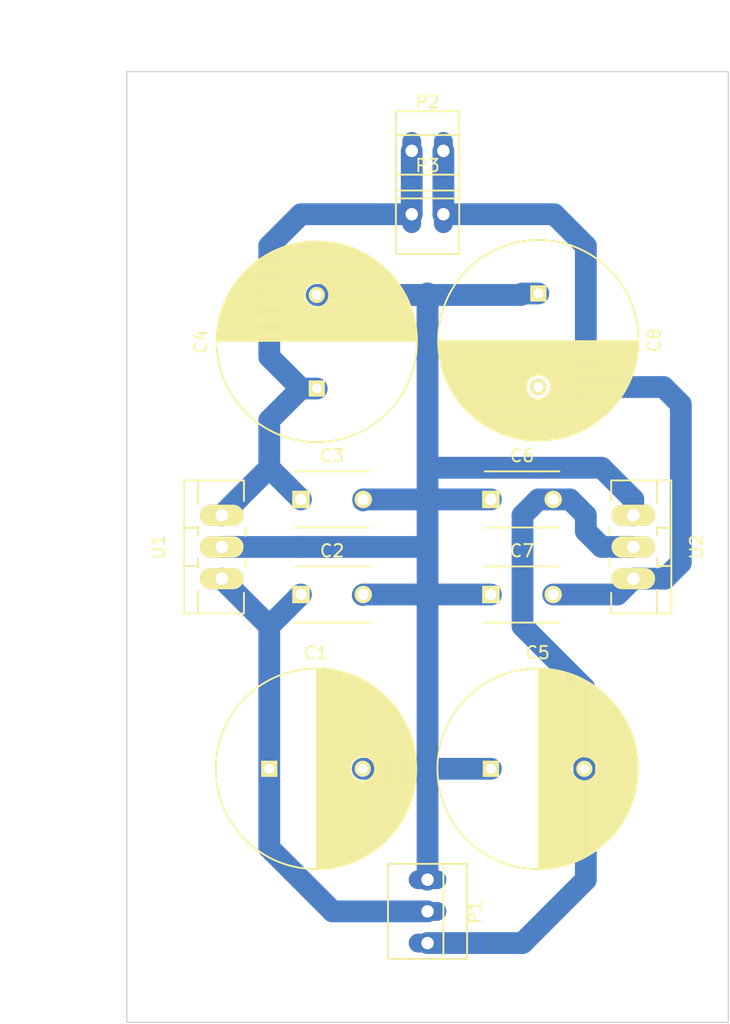
<source format=kicad_pcb>
(kicad_pcb (version 4) (host pcbnew 4.0.0-stable)

  (general
    (links 24)
    (no_connects 1)
    (area 61.930001 16.28 119.430001 96.570001)
    (thickness 1.6)
    (drawings 6)
    (tracks 82)
    (zones 0)
    (modules 13)
    (nets 6)
  )

  (page A4)
  (layers
    (0 F.Cu signal)
    (31 B.Cu signal)
    (32 B.Adhes user)
    (33 F.Adhes user)
    (34 B.Paste user)
    (35 F.Paste user)
    (36 B.SilkS user)
    (37 F.SilkS user hide)
    (38 B.Mask user)
    (39 F.Mask user)
    (40 Dwgs.User user)
    (41 Cmts.User user)
    (42 Eco1.User user)
    (43 Eco2.User user)
    (44 Edge.Cuts user)
    (45 Margin user)
    (46 B.CrtYd user)
    (47 F.CrtYd user)
    (48 B.Fab user)
    (49 F.Fab user)
  )

  (setup
    (last_trace_width 1.75)
    (trace_clearance 0.2)
    (zone_clearance 0.508)
    (zone_45_only no)
    (trace_min 0.2)
    (segment_width 0.2)
    (edge_width 0.1)
    (via_size 0.6)
    (via_drill 0.4)
    (via_min_size 0.4)
    (via_min_drill 0.3)
    (uvia_size 0.3)
    (uvia_drill 0.1)
    (uvias_allowed no)
    (uvia_min_size 0.2)
    (uvia_min_drill 0.1)
    (pcb_text_width 0.3)
    (pcb_text_size 1.5 1.5)
    (mod_edge_width 0.15)
    (mod_text_size 1 1)
    (mod_text_width 0.15)
    (pad_size 1.5 1.5)
    (pad_drill 0.6)
    (pad_to_mask_clearance 0)
    (aux_axis_origin 0 0)
    (visible_elements 7FFFFFFF)
    (pcbplotparams
      (layerselection 0x00030_80000001)
      (usegerberextensions false)
      (excludeedgelayer true)
      (linewidth 0.100000)
      (plotframeref false)
      (viasonmask false)
      (mode 1)
      (useauxorigin false)
      (hpglpennumber 1)
      (hpglpenspeed 20)
      (hpglpendiameter 15)
      (hpglpenoverlay 2)
      (psnegative false)
      (psa4output false)
      (plotreference true)
      (plotvalue true)
      (plotinvisibletext false)
      (padsonsilk false)
      (subtractmaskfromsilk false)
      (outputformat 1)
      (mirror false)
      (drillshape 1)
      (scaleselection 1)
      (outputdirectory ""))
  )

  (net 0 "")
  (net 1 +Vin)
  (net 2 GND)
  (net 3 +Vreg)
  (net 4 -Vin)
  (net 5 -Vreg)

  (net_class Default "This is the default net class."
    (clearance 0.2)
    (trace_width 1.75)
    (via_dia 0.6)
    (via_drill 0.4)
    (uvia_dia 0.3)
    (uvia_drill 0.1)
    (add_net +Vin)
    (add_net +Vreg)
    (add_net -Vin)
    (add_net -Vreg)
    (add_net GND)
  )

  (module Capacitors_ThroughHole:C_Radial_D16_L25_P7.5 (layer F.Cu) (tedit 0) (tstamp 5665200B)
    (at 82.55 76.2)
    (descr "Radial Electrolytic Capacitor Diameter 16mm x Length 25mm, Pitch 7.5mm")
    (tags "Electrolytic Capacitor")
    (path /56653884)
    (fp_text reference C1 (at 3.75 -9.3) (layer F.SilkS)
      (effects (font (size 1 1) (thickness 0.15)))
    )
    (fp_text value 1000u (at 3.75 9.3) (layer F.Fab)
      (effects (font (size 1 1) (thickness 0.15)))
    )
    (fp_line (start 3.825 -8) (end 3.825 8) (layer F.SilkS) (width 0.15))
    (fp_line (start 3.965 -7.997) (end 3.965 7.997) (layer F.SilkS) (width 0.15))
    (fp_line (start 4.105 -7.992) (end 4.105 7.992) (layer F.SilkS) (width 0.15))
    (fp_line (start 4.245 -7.985) (end 4.245 7.985) (layer F.SilkS) (width 0.15))
    (fp_line (start 4.385 -7.975) (end 4.385 7.975) (layer F.SilkS) (width 0.15))
    (fp_line (start 4.525 -7.962) (end 4.525 7.962) (layer F.SilkS) (width 0.15))
    (fp_line (start 4.665 -7.948) (end 4.665 7.948) (layer F.SilkS) (width 0.15))
    (fp_line (start 4.805 -7.93) (end 4.805 7.93) (layer F.SilkS) (width 0.15))
    (fp_line (start 4.945 -7.91) (end 4.945 7.91) (layer F.SilkS) (width 0.15))
    (fp_line (start 5.085 -7.888) (end 5.085 7.888) (layer F.SilkS) (width 0.15))
    (fp_line (start 5.225 -7.863) (end 5.225 7.863) (layer F.SilkS) (width 0.15))
    (fp_line (start 5.365 -7.835) (end 5.365 7.835) (layer F.SilkS) (width 0.15))
    (fp_line (start 5.505 -7.805) (end 5.505 7.805) (layer F.SilkS) (width 0.15))
    (fp_line (start 5.645 -7.772) (end 5.645 7.772) (layer F.SilkS) (width 0.15))
    (fp_line (start 5.785 -7.737) (end 5.785 7.737) (layer F.SilkS) (width 0.15))
    (fp_line (start 5.925 -7.699) (end 5.925 7.699) (layer F.SilkS) (width 0.15))
    (fp_line (start 6.065 -7.658) (end 6.065 7.658) (layer F.SilkS) (width 0.15))
    (fp_line (start 6.205 -7.614) (end 6.205 7.614) (layer F.SilkS) (width 0.15))
    (fp_line (start 6.345 -7.567) (end 6.345 7.567) (layer F.SilkS) (width 0.15))
    (fp_line (start 6.485 -7.518) (end 6.485 7.518) (layer F.SilkS) (width 0.15))
    (fp_line (start 6.625 -7.466) (end 6.625 -0.484) (layer F.SilkS) (width 0.15))
    (fp_line (start 6.625 0.484) (end 6.625 7.466) (layer F.SilkS) (width 0.15))
    (fp_line (start 6.765 -7.41) (end 6.765 -0.678) (layer F.SilkS) (width 0.15))
    (fp_line (start 6.765 0.678) (end 6.765 7.41) (layer F.SilkS) (width 0.15))
    (fp_line (start 6.905 -7.352) (end 6.905 -0.804) (layer F.SilkS) (width 0.15))
    (fp_line (start 6.905 0.804) (end 6.905 7.352) (layer F.SilkS) (width 0.15))
    (fp_line (start 7.045 -7.29) (end 7.045 -0.89) (layer F.SilkS) (width 0.15))
    (fp_line (start 7.045 0.89) (end 7.045 7.29) (layer F.SilkS) (width 0.15))
    (fp_line (start 7.185 -7.225) (end 7.185 -0.949) (layer F.SilkS) (width 0.15))
    (fp_line (start 7.185 0.949) (end 7.185 7.225) (layer F.SilkS) (width 0.15))
    (fp_line (start 7.325 -7.157) (end 7.325 -0.985) (layer F.SilkS) (width 0.15))
    (fp_line (start 7.325 0.985) (end 7.325 7.157) (layer F.SilkS) (width 0.15))
    (fp_line (start 7.465 -7.085) (end 7.465 -0.999) (layer F.SilkS) (width 0.15))
    (fp_line (start 7.465 0.999) (end 7.465 7.085) (layer F.SilkS) (width 0.15))
    (fp_line (start 7.605 -7.01) (end 7.605 -0.994) (layer F.SilkS) (width 0.15))
    (fp_line (start 7.605 0.994) (end 7.605 7.01) (layer F.SilkS) (width 0.15))
    (fp_line (start 7.745 -6.931) (end 7.745 -0.97) (layer F.SilkS) (width 0.15))
    (fp_line (start 7.745 0.97) (end 7.745 6.931) (layer F.SilkS) (width 0.15))
    (fp_line (start 7.885 -6.848) (end 7.885 -0.923) (layer F.SilkS) (width 0.15))
    (fp_line (start 7.885 0.923) (end 7.885 6.848) (layer F.SilkS) (width 0.15))
    (fp_line (start 8.025 -6.762) (end 8.025 -0.851) (layer F.SilkS) (width 0.15))
    (fp_line (start 8.025 0.851) (end 8.025 6.762) (layer F.SilkS) (width 0.15))
    (fp_line (start 8.165 -6.671) (end 8.165 -0.747) (layer F.SilkS) (width 0.15))
    (fp_line (start 8.165 0.747) (end 8.165 6.671) (layer F.SilkS) (width 0.15))
    (fp_line (start 8.305 -6.577) (end 8.305 -0.593) (layer F.SilkS) (width 0.15))
    (fp_line (start 8.305 0.593) (end 8.305 6.577) (layer F.SilkS) (width 0.15))
    (fp_line (start 8.445 -6.477) (end 8.445 -0.327) (layer F.SilkS) (width 0.15))
    (fp_line (start 8.445 0.327) (end 8.445 6.477) (layer F.SilkS) (width 0.15))
    (fp_line (start 8.585 -6.374) (end 8.585 6.374) (layer F.SilkS) (width 0.15))
    (fp_line (start 8.725 -6.265) (end 8.725 6.265) (layer F.SilkS) (width 0.15))
    (fp_line (start 8.865 -6.151) (end 8.865 6.151) (layer F.SilkS) (width 0.15))
    (fp_line (start 9.005 -6.032) (end 9.005 6.032) (layer F.SilkS) (width 0.15))
    (fp_line (start 9.145 -5.907) (end 9.145 5.907) (layer F.SilkS) (width 0.15))
    (fp_line (start 9.285 -5.776) (end 9.285 5.776) (layer F.SilkS) (width 0.15))
    (fp_line (start 9.425 -5.639) (end 9.425 5.639) (layer F.SilkS) (width 0.15))
    (fp_line (start 9.565 -5.494) (end 9.565 5.494) (layer F.SilkS) (width 0.15))
    (fp_line (start 9.705 -5.342) (end 9.705 5.342) (layer F.SilkS) (width 0.15))
    (fp_line (start 9.845 -5.182) (end 9.845 5.182) (layer F.SilkS) (width 0.15))
    (fp_line (start 9.985 -5.012) (end 9.985 5.012) (layer F.SilkS) (width 0.15))
    (fp_line (start 10.125 -4.833) (end 10.125 4.833) (layer F.SilkS) (width 0.15))
    (fp_line (start 10.265 -4.643) (end 10.265 4.643) (layer F.SilkS) (width 0.15))
    (fp_line (start 10.405 -4.44) (end 10.405 4.44) (layer F.SilkS) (width 0.15))
    (fp_line (start 10.545 -4.222) (end 10.545 4.222) (layer F.SilkS) (width 0.15))
    (fp_line (start 10.685 -3.988) (end 10.685 3.988) (layer F.SilkS) (width 0.15))
    (fp_line (start 10.825 -3.734) (end 10.825 3.734) (layer F.SilkS) (width 0.15))
    (fp_line (start 10.965 -3.456) (end 10.965 3.456) (layer F.SilkS) (width 0.15))
    (fp_line (start 11.105 -3.147) (end 11.105 3.147) (layer F.SilkS) (width 0.15))
    (fp_line (start 11.245 -2.797) (end 11.245 2.797) (layer F.SilkS) (width 0.15))
    (fp_line (start 11.385 -2.389) (end 11.385 2.389) (layer F.SilkS) (width 0.15))
    (fp_line (start 11.525 -1.884) (end 11.525 1.884) (layer F.SilkS) (width 0.15))
    (fp_line (start 11.665 -1.163) (end 11.665 1.163) (layer F.SilkS) (width 0.15))
    (fp_circle (center 7.5 0) (end 7.5 -1) (layer F.SilkS) (width 0.15))
    (fp_circle (center 3.75 0) (end 3.75 -8.0375) (layer F.SilkS) (width 0.15))
    (fp_circle (center 3.75 0) (end 3.75 -8.3) (layer F.CrtYd) (width 0.05))
    (pad 1 thru_hole rect (at 0 0) (size 1.3 1.3) (drill 0.8) (layers *.Cu *.Mask F.SilkS)
      (net 1 +Vin))
    (pad 2 thru_hole circle (at 7.5 0) (size 1.3 1.3) (drill 0.8) (layers *.Cu *.Mask F.SilkS)
      (net 2 GND))
    (model Capacitors_ThroughHole.3dshapes/C_Radial_D16_L25_P7.5.wrl
      (at (xyz 0.1476378 0 0))
      (scale (xyz 1 1 1))
      (rotate (xyz 0 0 90))
    )
  )

  (module Capacitors_ThroughHole:C_Disc_D6_P5 (layer F.Cu) (tedit 0) (tstamp 56652011)
    (at 85.09 62.23)
    (descr "Capacitor 6mm Disc, Pitch 5mm")
    (tags Capacitor)
    (path /5665387E)
    (fp_text reference C2 (at 2.5 -3.5) (layer F.SilkS)
      (effects (font (size 1 1) (thickness 0.15)))
    )
    (fp_text value 0.1u (at 2.5 3.5) (layer F.Fab)
      (effects (font (size 1 1) (thickness 0.15)))
    )
    (fp_line (start -0.95 -2.5) (end 5.95 -2.5) (layer F.CrtYd) (width 0.05))
    (fp_line (start 5.95 -2.5) (end 5.95 2.5) (layer F.CrtYd) (width 0.05))
    (fp_line (start 5.95 2.5) (end -0.95 2.5) (layer F.CrtYd) (width 0.05))
    (fp_line (start -0.95 2.5) (end -0.95 -2.5) (layer F.CrtYd) (width 0.05))
    (fp_line (start -0.5 -2.25) (end 5.5 -2.25) (layer F.SilkS) (width 0.15))
    (fp_line (start 5.5 2.25) (end -0.5 2.25) (layer F.SilkS) (width 0.15))
    (pad 1 thru_hole rect (at 0 0) (size 1.4 1.4) (drill 0.9) (layers *.Cu *.Mask F.SilkS)
      (net 1 +Vin))
    (pad 2 thru_hole circle (at 5 0) (size 1.4 1.4) (drill 0.9) (layers *.Cu *.Mask F.SilkS)
      (net 2 GND))
    (model Capacitors_ThroughHole.3dshapes/C_Disc_D6_P5.wrl
      (at (xyz 0.0984252 0 0))
      (scale (xyz 1 1 1))
      (rotate (xyz 0 0 0))
    )
  )

  (module Capacitors_ThroughHole:C_Disc_D6_P5 (layer F.Cu) (tedit 0) (tstamp 56652017)
    (at 85.09 54.61)
    (descr "Capacitor 6mm Disc, Pitch 5mm")
    (tags Capacitor)
    (path /566561BC)
    (fp_text reference C3 (at 2.5 -3.5) (layer F.SilkS)
      (effects (font (size 1 1) (thickness 0.15)))
    )
    (fp_text value 0.1u (at 2.5 3.5) (layer F.Fab)
      (effects (font (size 1 1) (thickness 0.15)))
    )
    (fp_line (start -0.95 -2.5) (end 5.95 -2.5) (layer F.CrtYd) (width 0.05))
    (fp_line (start 5.95 -2.5) (end 5.95 2.5) (layer F.CrtYd) (width 0.05))
    (fp_line (start 5.95 2.5) (end -0.95 2.5) (layer F.CrtYd) (width 0.05))
    (fp_line (start -0.95 2.5) (end -0.95 -2.5) (layer F.CrtYd) (width 0.05))
    (fp_line (start -0.5 -2.25) (end 5.5 -2.25) (layer F.SilkS) (width 0.15))
    (fp_line (start 5.5 2.25) (end -0.5 2.25) (layer F.SilkS) (width 0.15))
    (pad 1 thru_hole rect (at 0 0) (size 1.4 1.4) (drill 0.9) (layers *.Cu *.Mask F.SilkS)
      (net 3 +Vreg))
    (pad 2 thru_hole circle (at 5 0) (size 1.4 1.4) (drill 0.9) (layers *.Cu *.Mask F.SilkS)
      (net 2 GND))
    (model Capacitors_ThroughHole.3dshapes/C_Disc_D6_P5.wrl
      (at (xyz 0.0984252 0 0))
      (scale (xyz 1 1 1))
      (rotate (xyz 0 0 0))
    )
  )

  (module Capacitors_ThroughHole:C_Radial_D16_L25_P7.5 (layer F.Cu) (tedit 0) (tstamp 5665201D)
    (at 86.36 45.72 90)
    (descr "Radial Electrolytic Capacitor Diameter 16mm x Length 25mm, Pitch 7.5mm")
    (tags "Electrolytic Capacitor")
    (path /566561C2)
    (fp_text reference C4 (at 3.75 -9.3 90) (layer F.SilkS)
      (effects (font (size 1 1) (thickness 0.15)))
    )
    (fp_text value 1000u (at 3.75 9.3 90) (layer F.Fab)
      (effects (font (size 1 1) (thickness 0.15)))
    )
    (fp_line (start 3.825 -8) (end 3.825 8) (layer F.SilkS) (width 0.15))
    (fp_line (start 3.965 -7.997) (end 3.965 7.997) (layer F.SilkS) (width 0.15))
    (fp_line (start 4.105 -7.992) (end 4.105 7.992) (layer F.SilkS) (width 0.15))
    (fp_line (start 4.245 -7.985) (end 4.245 7.985) (layer F.SilkS) (width 0.15))
    (fp_line (start 4.385 -7.975) (end 4.385 7.975) (layer F.SilkS) (width 0.15))
    (fp_line (start 4.525 -7.962) (end 4.525 7.962) (layer F.SilkS) (width 0.15))
    (fp_line (start 4.665 -7.948) (end 4.665 7.948) (layer F.SilkS) (width 0.15))
    (fp_line (start 4.805 -7.93) (end 4.805 7.93) (layer F.SilkS) (width 0.15))
    (fp_line (start 4.945 -7.91) (end 4.945 7.91) (layer F.SilkS) (width 0.15))
    (fp_line (start 5.085 -7.888) (end 5.085 7.888) (layer F.SilkS) (width 0.15))
    (fp_line (start 5.225 -7.863) (end 5.225 7.863) (layer F.SilkS) (width 0.15))
    (fp_line (start 5.365 -7.835) (end 5.365 7.835) (layer F.SilkS) (width 0.15))
    (fp_line (start 5.505 -7.805) (end 5.505 7.805) (layer F.SilkS) (width 0.15))
    (fp_line (start 5.645 -7.772) (end 5.645 7.772) (layer F.SilkS) (width 0.15))
    (fp_line (start 5.785 -7.737) (end 5.785 7.737) (layer F.SilkS) (width 0.15))
    (fp_line (start 5.925 -7.699) (end 5.925 7.699) (layer F.SilkS) (width 0.15))
    (fp_line (start 6.065 -7.658) (end 6.065 7.658) (layer F.SilkS) (width 0.15))
    (fp_line (start 6.205 -7.614) (end 6.205 7.614) (layer F.SilkS) (width 0.15))
    (fp_line (start 6.345 -7.567) (end 6.345 7.567) (layer F.SilkS) (width 0.15))
    (fp_line (start 6.485 -7.518) (end 6.485 7.518) (layer F.SilkS) (width 0.15))
    (fp_line (start 6.625 -7.466) (end 6.625 -0.484) (layer F.SilkS) (width 0.15))
    (fp_line (start 6.625 0.484) (end 6.625 7.466) (layer F.SilkS) (width 0.15))
    (fp_line (start 6.765 -7.41) (end 6.765 -0.678) (layer F.SilkS) (width 0.15))
    (fp_line (start 6.765 0.678) (end 6.765 7.41) (layer F.SilkS) (width 0.15))
    (fp_line (start 6.905 -7.352) (end 6.905 -0.804) (layer F.SilkS) (width 0.15))
    (fp_line (start 6.905 0.804) (end 6.905 7.352) (layer F.SilkS) (width 0.15))
    (fp_line (start 7.045 -7.29) (end 7.045 -0.89) (layer F.SilkS) (width 0.15))
    (fp_line (start 7.045 0.89) (end 7.045 7.29) (layer F.SilkS) (width 0.15))
    (fp_line (start 7.185 -7.225) (end 7.185 -0.949) (layer F.SilkS) (width 0.15))
    (fp_line (start 7.185 0.949) (end 7.185 7.225) (layer F.SilkS) (width 0.15))
    (fp_line (start 7.325 -7.157) (end 7.325 -0.985) (layer F.SilkS) (width 0.15))
    (fp_line (start 7.325 0.985) (end 7.325 7.157) (layer F.SilkS) (width 0.15))
    (fp_line (start 7.465 -7.085) (end 7.465 -0.999) (layer F.SilkS) (width 0.15))
    (fp_line (start 7.465 0.999) (end 7.465 7.085) (layer F.SilkS) (width 0.15))
    (fp_line (start 7.605 -7.01) (end 7.605 -0.994) (layer F.SilkS) (width 0.15))
    (fp_line (start 7.605 0.994) (end 7.605 7.01) (layer F.SilkS) (width 0.15))
    (fp_line (start 7.745 -6.931) (end 7.745 -0.97) (layer F.SilkS) (width 0.15))
    (fp_line (start 7.745 0.97) (end 7.745 6.931) (layer F.SilkS) (width 0.15))
    (fp_line (start 7.885 -6.848) (end 7.885 -0.923) (layer F.SilkS) (width 0.15))
    (fp_line (start 7.885 0.923) (end 7.885 6.848) (layer F.SilkS) (width 0.15))
    (fp_line (start 8.025 -6.762) (end 8.025 -0.851) (layer F.SilkS) (width 0.15))
    (fp_line (start 8.025 0.851) (end 8.025 6.762) (layer F.SilkS) (width 0.15))
    (fp_line (start 8.165 -6.671) (end 8.165 -0.747) (layer F.SilkS) (width 0.15))
    (fp_line (start 8.165 0.747) (end 8.165 6.671) (layer F.SilkS) (width 0.15))
    (fp_line (start 8.305 -6.577) (end 8.305 -0.593) (layer F.SilkS) (width 0.15))
    (fp_line (start 8.305 0.593) (end 8.305 6.577) (layer F.SilkS) (width 0.15))
    (fp_line (start 8.445 -6.477) (end 8.445 -0.327) (layer F.SilkS) (width 0.15))
    (fp_line (start 8.445 0.327) (end 8.445 6.477) (layer F.SilkS) (width 0.15))
    (fp_line (start 8.585 -6.374) (end 8.585 6.374) (layer F.SilkS) (width 0.15))
    (fp_line (start 8.725 -6.265) (end 8.725 6.265) (layer F.SilkS) (width 0.15))
    (fp_line (start 8.865 -6.151) (end 8.865 6.151) (layer F.SilkS) (width 0.15))
    (fp_line (start 9.005 -6.032) (end 9.005 6.032) (layer F.SilkS) (width 0.15))
    (fp_line (start 9.145 -5.907) (end 9.145 5.907) (layer F.SilkS) (width 0.15))
    (fp_line (start 9.285 -5.776) (end 9.285 5.776) (layer F.SilkS) (width 0.15))
    (fp_line (start 9.425 -5.639) (end 9.425 5.639) (layer F.SilkS) (width 0.15))
    (fp_line (start 9.565 -5.494) (end 9.565 5.494) (layer F.SilkS) (width 0.15))
    (fp_line (start 9.705 -5.342) (end 9.705 5.342) (layer F.SilkS) (width 0.15))
    (fp_line (start 9.845 -5.182) (end 9.845 5.182) (layer F.SilkS) (width 0.15))
    (fp_line (start 9.985 -5.012) (end 9.985 5.012) (layer F.SilkS) (width 0.15))
    (fp_line (start 10.125 -4.833) (end 10.125 4.833) (layer F.SilkS) (width 0.15))
    (fp_line (start 10.265 -4.643) (end 10.265 4.643) (layer F.SilkS) (width 0.15))
    (fp_line (start 10.405 -4.44) (end 10.405 4.44) (layer F.SilkS) (width 0.15))
    (fp_line (start 10.545 -4.222) (end 10.545 4.222) (layer F.SilkS) (width 0.15))
    (fp_line (start 10.685 -3.988) (end 10.685 3.988) (layer F.SilkS) (width 0.15))
    (fp_line (start 10.825 -3.734) (end 10.825 3.734) (layer F.SilkS) (width 0.15))
    (fp_line (start 10.965 -3.456) (end 10.965 3.456) (layer F.SilkS) (width 0.15))
    (fp_line (start 11.105 -3.147) (end 11.105 3.147) (layer F.SilkS) (width 0.15))
    (fp_line (start 11.245 -2.797) (end 11.245 2.797) (layer F.SilkS) (width 0.15))
    (fp_line (start 11.385 -2.389) (end 11.385 2.389) (layer F.SilkS) (width 0.15))
    (fp_line (start 11.525 -1.884) (end 11.525 1.884) (layer F.SilkS) (width 0.15))
    (fp_line (start 11.665 -1.163) (end 11.665 1.163) (layer F.SilkS) (width 0.15))
    (fp_circle (center 7.5 0) (end 7.5 -1) (layer F.SilkS) (width 0.15))
    (fp_circle (center 3.75 0) (end 3.75 -8.0375) (layer F.SilkS) (width 0.15))
    (fp_circle (center 3.75 0) (end 3.75 -8.3) (layer F.CrtYd) (width 0.05))
    (pad 1 thru_hole rect (at 0 0 90) (size 1.3 1.3) (drill 0.8) (layers *.Cu *.Mask F.SilkS)
      (net 3 +Vreg))
    (pad 2 thru_hole circle (at 7.5 0 90) (size 1.3 1.3) (drill 0.8) (layers *.Cu *.Mask F.SilkS)
      (net 2 GND))
    (model Capacitors_ThroughHole.3dshapes/C_Radial_D16_L25_P7.5.wrl
      (at (xyz 0.1476378 0 0))
      (scale (xyz 1 1 1))
      (rotate (xyz 0 0 90))
    )
  )

  (module Capacitors_ThroughHole:C_Radial_D16_L25_P7.5 (layer F.Cu) (tedit 0) (tstamp 56652023)
    (at 100.33 76.2)
    (descr "Radial Electrolytic Capacitor Diameter 16mm x Length 25mm, Pitch 7.5mm")
    (tags "Electrolytic Capacitor")
    (path /5665394A)
    (fp_text reference C5 (at 3.75 -9.3) (layer F.SilkS)
      (effects (font (size 1 1) (thickness 0.15)))
    )
    (fp_text value 1000u (at 3.75 9.3) (layer F.Fab)
      (effects (font (size 1 1) (thickness 0.15)))
    )
    (fp_line (start 3.825 -8) (end 3.825 8) (layer F.SilkS) (width 0.15))
    (fp_line (start 3.965 -7.997) (end 3.965 7.997) (layer F.SilkS) (width 0.15))
    (fp_line (start 4.105 -7.992) (end 4.105 7.992) (layer F.SilkS) (width 0.15))
    (fp_line (start 4.245 -7.985) (end 4.245 7.985) (layer F.SilkS) (width 0.15))
    (fp_line (start 4.385 -7.975) (end 4.385 7.975) (layer F.SilkS) (width 0.15))
    (fp_line (start 4.525 -7.962) (end 4.525 7.962) (layer F.SilkS) (width 0.15))
    (fp_line (start 4.665 -7.948) (end 4.665 7.948) (layer F.SilkS) (width 0.15))
    (fp_line (start 4.805 -7.93) (end 4.805 7.93) (layer F.SilkS) (width 0.15))
    (fp_line (start 4.945 -7.91) (end 4.945 7.91) (layer F.SilkS) (width 0.15))
    (fp_line (start 5.085 -7.888) (end 5.085 7.888) (layer F.SilkS) (width 0.15))
    (fp_line (start 5.225 -7.863) (end 5.225 7.863) (layer F.SilkS) (width 0.15))
    (fp_line (start 5.365 -7.835) (end 5.365 7.835) (layer F.SilkS) (width 0.15))
    (fp_line (start 5.505 -7.805) (end 5.505 7.805) (layer F.SilkS) (width 0.15))
    (fp_line (start 5.645 -7.772) (end 5.645 7.772) (layer F.SilkS) (width 0.15))
    (fp_line (start 5.785 -7.737) (end 5.785 7.737) (layer F.SilkS) (width 0.15))
    (fp_line (start 5.925 -7.699) (end 5.925 7.699) (layer F.SilkS) (width 0.15))
    (fp_line (start 6.065 -7.658) (end 6.065 7.658) (layer F.SilkS) (width 0.15))
    (fp_line (start 6.205 -7.614) (end 6.205 7.614) (layer F.SilkS) (width 0.15))
    (fp_line (start 6.345 -7.567) (end 6.345 7.567) (layer F.SilkS) (width 0.15))
    (fp_line (start 6.485 -7.518) (end 6.485 7.518) (layer F.SilkS) (width 0.15))
    (fp_line (start 6.625 -7.466) (end 6.625 -0.484) (layer F.SilkS) (width 0.15))
    (fp_line (start 6.625 0.484) (end 6.625 7.466) (layer F.SilkS) (width 0.15))
    (fp_line (start 6.765 -7.41) (end 6.765 -0.678) (layer F.SilkS) (width 0.15))
    (fp_line (start 6.765 0.678) (end 6.765 7.41) (layer F.SilkS) (width 0.15))
    (fp_line (start 6.905 -7.352) (end 6.905 -0.804) (layer F.SilkS) (width 0.15))
    (fp_line (start 6.905 0.804) (end 6.905 7.352) (layer F.SilkS) (width 0.15))
    (fp_line (start 7.045 -7.29) (end 7.045 -0.89) (layer F.SilkS) (width 0.15))
    (fp_line (start 7.045 0.89) (end 7.045 7.29) (layer F.SilkS) (width 0.15))
    (fp_line (start 7.185 -7.225) (end 7.185 -0.949) (layer F.SilkS) (width 0.15))
    (fp_line (start 7.185 0.949) (end 7.185 7.225) (layer F.SilkS) (width 0.15))
    (fp_line (start 7.325 -7.157) (end 7.325 -0.985) (layer F.SilkS) (width 0.15))
    (fp_line (start 7.325 0.985) (end 7.325 7.157) (layer F.SilkS) (width 0.15))
    (fp_line (start 7.465 -7.085) (end 7.465 -0.999) (layer F.SilkS) (width 0.15))
    (fp_line (start 7.465 0.999) (end 7.465 7.085) (layer F.SilkS) (width 0.15))
    (fp_line (start 7.605 -7.01) (end 7.605 -0.994) (layer F.SilkS) (width 0.15))
    (fp_line (start 7.605 0.994) (end 7.605 7.01) (layer F.SilkS) (width 0.15))
    (fp_line (start 7.745 -6.931) (end 7.745 -0.97) (layer F.SilkS) (width 0.15))
    (fp_line (start 7.745 0.97) (end 7.745 6.931) (layer F.SilkS) (width 0.15))
    (fp_line (start 7.885 -6.848) (end 7.885 -0.923) (layer F.SilkS) (width 0.15))
    (fp_line (start 7.885 0.923) (end 7.885 6.848) (layer F.SilkS) (width 0.15))
    (fp_line (start 8.025 -6.762) (end 8.025 -0.851) (layer F.SilkS) (width 0.15))
    (fp_line (start 8.025 0.851) (end 8.025 6.762) (layer F.SilkS) (width 0.15))
    (fp_line (start 8.165 -6.671) (end 8.165 -0.747) (layer F.SilkS) (width 0.15))
    (fp_line (start 8.165 0.747) (end 8.165 6.671) (layer F.SilkS) (width 0.15))
    (fp_line (start 8.305 -6.577) (end 8.305 -0.593) (layer F.SilkS) (width 0.15))
    (fp_line (start 8.305 0.593) (end 8.305 6.577) (layer F.SilkS) (width 0.15))
    (fp_line (start 8.445 -6.477) (end 8.445 -0.327) (layer F.SilkS) (width 0.15))
    (fp_line (start 8.445 0.327) (end 8.445 6.477) (layer F.SilkS) (width 0.15))
    (fp_line (start 8.585 -6.374) (end 8.585 6.374) (layer F.SilkS) (width 0.15))
    (fp_line (start 8.725 -6.265) (end 8.725 6.265) (layer F.SilkS) (width 0.15))
    (fp_line (start 8.865 -6.151) (end 8.865 6.151) (layer F.SilkS) (width 0.15))
    (fp_line (start 9.005 -6.032) (end 9.005 6.032) (layer F.SilkS) (width 0.15))
    (fp_line (start 9.145 -5.907) (end 9.145 5.907) (layer F.SilkS) (width 0.15))
    (fp_line (start 9.285 -5.776) (end 9.285 5.776) (layer F.SilkS) (width 0.15))
    (fp_line (start 9.425 -5.639) (end 9.425 5.639) (layer F.SilkS) (width 0.15))
    (fp_line (start 9.565 -5.494) (end 9.565 5.494) (layer F.SilkS) (width 0.15))
    (fp_line (start 9.705 -5.342) (end 9.705 5.342) (layer F.SilkS) (width 0.15))
    (fp_line (start 9.845 -5.182) (end 9.845 5.182) (layer F.SilkS) (width 0.15))
    (fp_line (start 9.985 -5.012) (end 9.985 5.012) (layer F.SilkS) (width 0.15))
    (fp_line (start 10.125 -4.833) (end 10.125 4.833) (layer F.SilkS) (width 0.15))
    (fp_line (start 10.265 -4.643) (end 10.265 4.643) (layer F.SilkS) (width 0.15))
    (fp_line (start 10.405 -4.44) (end 10.405 4.44) (layer F.SilkS) (width 0.15))
    (fp_line (start 10.545 -4.222) (end 10.545 4.222) (layer F.SilkS) (width 0.15))
    (fp_line (start 10.685 -3.988) (end 10.685 3.988) (layer F.SilkS) (width 0.15))
    (fp_line (start 10.825 -3.734) (end 10.825 3.734) (layer F.SilkS) (width 0.15))
    (fp_line (start 10.965 -3.456) (end 10.965 3.456) (layer F.SilkS) (width 0.15))
    (fp_line (start 11.105 -3.147) (end 11.105 3.147) (layer F.SilkS) (width 0.15))
    (fp_line (start 11.245 -2.797) (end 11.245 2.797) (layer F.SilkS) (width 0.15))
    (fp_line (start 11.385 -2.389) (end 11.385 2.389) (layer F.SilkS) (width 0.15))
    (fp_line (start 11.525 -1.884) (end 11.525 1.884) (layer F.SilkS) (width 0.15))
    (fp_line (start 11.665 -1.163) (end 11.665 1.163) (layer F.SilkS) (width 0.15))
    (fp_circle (center 7.5 0) (end 7.5 -1) (layer F.SilkS) (width 0.15))
    (fp_circle (center 3.75 0) (end 3.75 -8.0375) (layer F.SilkS) (width 0.15))
    (fp_circle (center 3.75 0) (end 3.75 -8.3) (layer F.CrtYd) (width 0.05))
    (pad 1 thru_hole rect (at 0 0) (size 1.3 1.3) (drill 0.8) (layers *.Cu *.Mask F.SilkS)
      (net 2 GND))
    (pad 2 thru_hole circle (at 7.5 0) (size 1.3 1.3) (drill 0.8) (layers *.Cu *.Mask F.SilkS)
      (net 4 -Vin))
    (model Capacitors_ThroughHole.3dshapes/C_Radial_D16_L25_P7.5.wrl
      (at (xyz 0.1476378 0 0))
      (scale (xyz 1 1 1))
      (rotate (xyz 0 0 90))
    )
  )

  (module Capacitors_ThroughHole:C_Disc_D6_P5 (layer F.Cu) (tedit 0) (tstamp 56652029)
    (at 100.33 54.61)
    (descr "Capacitor 6mm Disc, Pitch 5mm")
    (tags Capacitor)
    (path /56653944)
    (fp_text reference C6 (at 2.5 -3.5) (layer F.SilkS)
      (effects (font (size 1 1) (thickness 0.15)))
    )
    (fp_text value 0.1u (at 2.5 3.5) (layer F.Fab)
      (effects (font (size 1 1) (thickness 0.15)))
    )
    (fp_line (start -0.95 -2.5) (end 5.95 -2.5) (layer F.CrtYd) (width 0.05))
    (fp_line (start 5.95 -2.5) (end 5.95 2.5) (layer F.CrtYd) (width 0.05))
    (fp_line (start 5.95 2.5) (end -0.95 2.5) (layer F.CrtYd) (width 0.05))
    (fp_line (start -0.95 2.5) (end -0.95 -2.5) (layer F.CrtYd) (width 0.05))
    (fp_line (start -0.5 -2.25) (end 5.5 -2.25) (layer F.SilkS) (width 0.15))
    (fp_line (start 5.5 2.25) (end -0.5 2.25) (layer F.SilkS) (width 0.15))
    (pad 1 thru_hole rect (at 0 0) (size 1.4 1.4) (drill 0.9) (layers *.Cu *.Mask F.SilkS)
      (net 2 GND))
    (pad 2 thru_hole circle (at 5 0) (size 1.4 1.4) (drill 0.9) (layers *.Cu *.Mask F.SilkS)
      (net 4 -Vin))
    (model Capacitors_ThroughHole.3dshapes/C_Disc_D6_P5.wrl
      (at (xyz 0.0984252 0 0))
      (scale (xyz 1 1 1))
      (rotate (xyz 0 0 0))
    )
  )

  (module Capacitors_ThroughHole:C_Disc_D6_P5 (layer F.Cu) (tedit 0) (tstamp 5665202F)
    (at 100.33 62.23)
    (descr "Capacitor 6mm Disc, Pitch 5mm")
    (tags Capacitor)
    (path /566561C8)
    (fp_text reference C7 (at 2.5 -3.5) (layer F.SilkS)
      (effects (font (size 1 1) (thickness 0.15)))
    )
    (fp_text value 0.1u (at 2.5 3.5) (layer F.Fab)
      (effects (font (size 1 1) (thickness 0.15)))
    )
    (fp_line (start -0.95 -2.5) (end 5.95 -2.5) (layer F.CrtYd) (width 0.05))
    (fp_line (start 5.95 -2.5) (end 5.95 2.5) (layer F.CrtYd) (width 0.05))
    (fp_line (start 5.95 2.5) (end -0.95 2.5) (layer F.CrtYd) (width 0.05))
    (fp_line (start -0.95 2.5) (end -0.95 -2.5) (layer F.CrtYd) (width 0.05))
    (fp_line (start -0.5 -2.25) (end 5.5 -2.25) (layer F.SilkS) (width 0.15))
    (fp_line (start 5.5 2.25) (end -0.5 2.25) (layer F.SilkS) (width 0.15))
    (pad 1 thru_hole rect (at 0 0) (size 1.4 1.4) (drill 0.9) (layers *.Cu *.Mask F.SilkS)
      (net 2 GND))
    (pad 2 thru_hole circle (at 5 0) (size 1.4 1.4) (drill 0.9) (layers *.Cu *.Mask F.SilkS)
      (net 5 -Vreg))
    (model Capacitors_ThroughHole.3dshapes/C_Disc_D6_P5.wrl
      (at (xyz 0.0984252 0 0))
      (scale (xyz 1 1 1))
      (rotate (xyz 0 0 0))
    )
  )

  (module Capacitors_ThroughHole:C_Radial_D16_L25_P7.5 (layer F.Cu) (tedit 0) (tstamp 56652035)
    (at 104.14 38.1 270)
    (descr "Radial Electrolytic Capacitor Diameter 16mm x Length 25mm, Pitch 7.5mm")
    (tags "Electrolytic Capacitor")
    (path /566561CE)
    (fp_text reference C8 (at 3.75 -9.3 270) (layer F.SilkS)
      (effects (font (size 1 1) (thickness 0.15)))
    )
    (fp_text value 1000u (at 3.75 9.3 270) (layer F.Fab)
      (effects (font (size 1 1) (thickness 0.15)))
    )
    (fp_line (start 3.825 -8) (end 3.825 8) (layer F.SilkS) (width 0.15))
    (fp_line (start 3.965 -7.997) (end 3.965 7.997) (layer F.SilkS) (width 0.15))
    (fp_line (start 4.105 -7.992) (end 4.105 7.992) (layer F.SilkS) (width 0.15))
    (fp_line (start 4.245 -7.985) (end 4.245 7.985) (layer F.SilkS) (width 0.15))
    (fp_line (start 4.385 -7.975) (end 4.385 7.975) (layer F.SilkS) (width 0.15))
    (fp_line (start 4.525 -7.962) (end 4.525 7.962) (layer F.SilkS) (width 0.15))
    (fp_line (start 4.665 -7.948) (end 4.665 7.948) (layer F.SilkS) (width 0.15))
    (fp_line (start 4.805 -7.93) (end 4.805 7.93) (layer F.SilkS) (width 0.15))
    (fp_line (start 4.945 -7.91) (end 4.945 7.91) (layer F.SilkS) (width 0.15))
    (fp_line (start 5.085 -7.888) (end 5.085 7.888) (layer F.SilkS) (width 0.15))
    (fp_line (start 5.225 -7.863) (end 5.225 7.863) (layer F.SilkS) (width 0.15))
    (fp_line (start 5.365 -7.835) (end 5.365 7.835) (layer F.SilkS) (width 0.15))
    (fp_line (start 5.505 -7.805) (end 5.505 7.805) (layer F.SilkS) (width 0.15))
    (fp_line (start 5.645 -7.772) (end 5.645 7.772) (layer F.SilkS) (width 0.15))
    (fp_line (start 5.785 -7.737) (end 5.785 7.737) (layer F.SilkS) (width 0.15))
    (fp_line (start 5.925 -7.699) (end 5.925 7.699) (layer F.SilkS) (width 0.15))
    (fp_line (start 6.065 -7.658) (end 6.065 7.658) (layer F.SilkS) (width 0.15))
    (fp_line (start 6.205 -7.614) (end 6.205 7.614) (layer F.SilkS) (width 0.15))
    (fp_line (start 6.345 -7.567) (end 6.345 7.567) (layer F.SilkS) (width 0.15))
    (fp_line (start 6.485 -7.518) (end 6.485 7.518) (layer F.SilkS) (width 0.15))
    (fp_line (start 6.625 -7.466) (end 6.625 -0.484) (layer F.SilkS) (width 0.15))
    (fp_line (start 6.625 0.484) (end 6.625 7.466) (layer F.SilkS) (width 0.15))
    (fp_line (start 6.765 -7.41) (end 6.765 -0.678) (layer F.SilkS) (width 0.15))
    (fp_line (start 6.765 0.678) (end 6.765 7.41) (layer F.SilkS) (width 0.15))
    (fp_line (start 6.905 -7.352) (end 6.905 -0.804) (layer F.SilkS) (width 0.15))
    (fp_line (start 6.905 0.804) (end 6.905 7.352) (layer F.SilkS) (width 0.15))
    (fp_line (start 7.045 -7.29) (end 7.045 -0.89) (layer F.SilkS) (width 0.15))
    (fp_line (start 7.045 0.89) (end 7.045 7.29) (layer F.SilkS) (width 0.15))
    (fp_line (start 7.185 -7.225) (end 7.185 -0.949) (layer F.SilkS) (width 0.15))
    (fp_line (start 7.185 0.949) (end 7.185 7.225) (layer F.SilkS) (width 0.15))
    (fp_line (start 7.325 -7.157) (end 7.325 -0.985) (layer F.SilkS) (width 0.15))
    (fp_line (start 7.325 0.985) (end 7.325 7.157) (layer F.SilkS) (width 0.15))
    (fp_line (start 7.465 -7.085) (end 7.465 -0.999) (layer F.SilkS) (width 0.15))
    (fp_line (start 7.465 0.999) (end 7.465 7.085) (layer F.SilkS) (width 0.15))
    (fp_line (start 7.605 -7.01) (end 7.605 -0.994) (layer F.SilkS) (width 0.15))
    (fp_line (start 7.605 0.994) (end 7.605 7.01) (layer F.SilkS) (width 0.15))
    (fp_line (start 7.745 -6.931) (end 7.745 -0.97) (layer F.SilkS) (width 0.15))
    (fp_line (start 7.745 0.97) (end 7.745 6.931) (layer F.SilkS) (width 0.15))
    (fp_line (start 7.885 -6.848) (end 7.885 -0.923) (layer F.SilkS) (width 0.15))
    (fp_line (start 7.885 0.923) (end 7.885 6.848) (layer F.SilkS) (width 0.15))
    (fp_line (start 8.025 -6.762) (end 8.025 -0.851) (layer F.SilkS) (width 0.15))
    (fp_line (start 8.025 0.851) (end 8.025 6.762) (layer F.SilkS) (width 0.15))
    (fp_line (start 8.165 -6.671) (end 8.165 -0.747) (layer F.SilkS) (width 0.15))
    (fp_line (start 8.165 0.747) (end 8.165 6.671) (layer F.SilkS) (width 0.15))
    (fp_line (start 8.305 -6.577) (end 8.305 -0.593) (layer F.SilkS) (width 0.15))
    (fp_line (start 8.305 0.593) (end 8.305 6.577) (layer F.SilkS) (width 0.15))
    (fp_line (start 8.445 -6.477) (end 8.445 -0.327) (layer F.SilkS) (width 0.15))
    (fp_line (start 8.445 0.327) (end 8.445 6.477) (layer F.SilkS) (width 0.15))
    (fp_line (start 8.585 -6.374) (end 8.585 6.374) (layer F.SilkS) (width 0.15))
    (fp_line (start 8.725 -6.265) (end 8.725 6.265) (layer F.SilkS) (width 0.15))
    (fp_line (start 8.865 -6.151) (end 8.865 6.151) (layer F.SilkS) (width 0.15))
    (fp_line (start 9.005 -6.032) (end 9.005 6.032) (layer F.SilkS) (width 0.15))
    (fp_line (start 9.145 -5.907) (end 9.145 5.907) (layer F.SilkS) (width 0.15))
    (fp_line (start 9.285 -5.776) (end 9.285 5.776) (layer F.SilkS) (width 0.15))
    (fp_line (start 9.425 -5.639) (end 9.425 5.639) (layer F.SilkS) (width 0.15))
    (fp_line (start 9.565 -5.494) (end 9.565 5.494) (layer F.SilkS) (width 0.15))
    (fp_line (start 9.705 -5.342) (end 9.705 5.342) (layer F.SilkS) (width 0.15))
    (fp_line (start 9.845 -5.182) (end 9.845 5.182) (layer F.SilkS) (width 0.15))
    (fp_line (start 9.985 -5.012) (end 9.985 5.012) (layer F.SilkS) (width 0.15))
    (fp_line (start 10.125 -4.833) (end 10.125 4.833) (layer F.SilkS) (width 0.15))
    (fp_line (start 10.265 -4.643) (end 10.265 4.643) (layer F.SilkS) (width 0.15))
    (fp_line (start 10.405 -4.44) (end 10.405 4.44) (layer F.SilkS) (width 0.15))
    (fp_line (start 10.545 -4.222) (end 10.545 4.222) (layer F.SilkS) (width 0.15))
    (fp_line (start 10.685 -3.988) (end 10.685 3.988) (layer F.SilkS) (width 0.15))
    (fp_line (start 10.825 -3.734) (end 10.825 3.734) (layer F.SilkS) (width 0.15))
    (fp_line (start 10.965 -3.456) (end 10.965 3.456) (layer F.SilkS) (width 0.15))
    (fp_line (start 11.105 -3.147) (end 11.105 3.147) (layer F.SilkS) (width 0.15))
    (fp_line (start 11.245 -2.797) (end 11.245 2.797) (layer F.SilkS) (width 0.15))
    (fp_line (start 11.385 -2.389) (end 11.385 2.389) (layer F.SilkS) (width 0.15))
    (fp_line (start 11.525 -1.884) (end 11.525 1.884) (layer F.SilkS) (width 0.15))
    (fp_line (start 11.665 -1.163) (end 11.665 1.163) (layer F.SilkS) (width 0.15))
    (fp_circle (center 7.5 0) (end 7.5 -1) (layer F.SilkS) (width 0.15))
    (fp_circle (center 3.75 0) (end 3.75 -8.0375) (layer F.SilkS) (width 0.15))
    (fp_circle (center 3.75 0) (end 3.75 -8.3) (layer F.CrtYd) (width 0.05))
    (pad 1 thru_hole rect (at 0 0 270) (size 1.3 1.3) (drill 0.8) (layers *.Cu *.Mask F.SilkS)
      (net 2 GND))
    (pad 2 thru_hole circle (at 7.5 0 270) (size 1.3 1.3) (drill 0.8) (layers *.Cu *.Mask F.SilkS)
      (net 5 -Vreg))
    (model Capacitors_ThroughHole.3dshapes/C_Radial_D16_L25_P7.5.wrl
      (at (xyz 0.1476378 0 0))
      (scale (xyz 1 1 1))
      (rotate (xyz 0 0 90))
    )
  )

  (module Connect:PINHEAD1-3 (layer F.Cu) (tedit 0) (tstamp 5665206C)
    (at 95.25 87.63 270)
    (path /56651604)
    (attr virtual)
    (fp_text reference P1 (at 0.05 -3.8 270) (layer F.SilkS)
      (effects (font (size 1 1) (thickness 0.15)))
    )
    (fp_text value CONN_01X03 (at 0 3.81 270) (layer F.Fab)
      (effects (font (size 1 1) (thickness 0.15)))
    )
    (fp_line (start -3.81 -3.175) (end -3.81 3.175) (layer F.SilkS) (width 0.15))
    (fp_line (start 3.81 -3.175) (end 3.81 3.175) (layer F.SilkS) (width 0.15))
    (fp_line (start 3.81 -1.27) (end -3.81 -1.27) (layer F.SilkS) (width 0.15))
    (fp_line (start -3.81 -3.175) (end 3.81 -3.175) (layer F.SilkS) (width 0.15))
    (fp_line (start 3.81 3.175) (end -3.81 3.175) (layer F.SilkS) (width 0.15))
    (pad 1 thru_hole oval (at -2.54 0 270) (size 1.50622 3.01498) (drill 0.99822) (layers *.Cu *.Mask)
      (net 2 GND))
    (pad 2 thru_hole oval (at 0 0 270) (size 1.50622 3.01498) (drill 0.99822) (layers *.Cu *.Mask)
      (net 1 +Vin))
    (pad 3 thru_hole oval (at 2.54 0 270) (size 1.50622 3.01498) (drill 0.99822) (layers *.Cu *.Mask)
      (net 4 -Vin))
  )

  (module Connect:PINHEAD1-2 (layer F.Cu) (tedit 0) (tstamp 56652077)
    (at 95.25 31.75)
    (path /56654239)
    (attr virtual)
    (fp_text reference P3 (at 0 -3.9) (layer F.SilkS)
      (effects (font (size 1 1) (thickness 0.15)))
    )
    (fp_text value CONN_01X02 (at 0 3.81) (layer F.Fab)
      (effects (font (size 1 1) (thickness 0.15)))
    )
    (fp_line (start 2.54 -1.27) (end -2.54 -1.27) (layer F.SilkS) (width 0.15))
    (fp_line (start 2.54 3.175) (end -2.54 3.175) (layer F.SilkS) (width 0.15))
    (fp_line (start -2.54 -3.175) (end 2.54 -3.175) (layer F.SilkS) (width 0.15))
    (fp_line (start -2.54 -3.175) (end -2.54 3.175) (layer F.SilkS) (width 0.15))
    (fp_line (start 2.54 -3.175) (end 2.54 3.175) (layer F.SilkS) (width 0.15))
    (pad 1 thru_hole oval (at -1.27 0) (size 1.50622 3.01498) (drill 0.99822) (layers *.Cu *.Mask)
      (net 3 +Vreg))
    (pad 2 thru_hole oval (at 1.27 0) (size 1.50622 3.01498) (drill 0.99822) (layers *.Cu *.Mask)
      (net 5 -Vreg))
  )

  (module TO_SOT_Packages_THT:TO-220_Neutral123_Vertical_LargePads (layer F.Cu) (tedit 0) (tstamp 566520AD)
    (at 78.74 58.42 90)
    (descr "TO-220, Neutral, Vertical, Large Pads,")
    (tags "TO-220, Neutral, Vertical, Large Pads,")
    (path /56651F39)
    (fp_text reference U1 (at 0 -5.08 90) (layer F.SilkS)
      (effects (font (size 1 1) (thickness 0.15)))
    )
    (fp_text value LM7812CT (at 0 3.81 90) (layer F.Fab)
      (effects (font (size 1 1) (thickness 0.15)))
    )
    (fp_line (start 5.334 -1.905) (end 3.429 -1.905) (layer F.SilkS) (width 0.15))
    (fp_line (start 0.889 -1.905) (end 1.651 -1.905) (layer F.SilkS) (width 0.15))
    (fp_line (start -1.524 -1.905) (end -1.651 -1.905) (layer F.SilkS) (width 0.15))
    (fp_line (start -1.524 -1.905) (end -0.889 -1.905) (layer F.SilkS) (width 0.15))
    (fp_line (start -5.334 -1.905) (end -3.556 -1.905) (layer F.SilkS) (width 0.15))
    (fp_line (start -5.334 1.778) (end -3.683 1.778) (layer F.SilkS) (width 0.15))
    (fp_line (start -1.016 1.905) (end -1.651 1.905) (layer F.SilkS) (width 0.15))
    (fp_line (start 1.524 1.905) (end 0.889 1.905) (layer F.SilkS) (width 0.15))
    (fp_line (start 5.334 1.778) (end 3.683 1.778) (layer F.SilkS) (width 0.15))
    (fp_line (start -1.524 -3.048) (end -1.524 -1.905) (layer F.SilkS) (width 0.15))
    (fp_line (start 1.524 -3.048) (end 1.524 -1.905) (layer F.SilkS) (width 0.15))
    (fp_line (start 5.334 -1.905) (end 5.334 1.778) (layer F.SilkS) (width 0.15))
    (fp_line (start -5.334 1.778) (end -5.334 -1.905) (layer F.SilkS) (width 0.15))
    (fp_line (start 5.334 -3.048) (end 5.334 -1.905) (layer F.SilkS) (width 0.15))
    (fp_line (start -5.334 -1.905) (end -5.334 -3.048) (layer F.SilkS) (width 0.15))
    (fp_line (start 0 -3.048) (end -5.334 -3.048) (layer F.SilkS) (width 0.15))
    (fp_line (start 0 -3.048) (end 5.334 -3.048) (layer F.SilkS) (width 0.15))
    (pad 2 thru_hole oval (at 0 0 180) (size 3.50012 1.69926) (drill 1.00076) (layers *.Cu *.Mask F.SilkS)
      (net 2 GND))
    (pad 1 thru_hole oval (at -2.54 0 180) (size 3.50012 1.69926) (drill 1.00076) (layers *.Cu *.Mask F.SilkS)
      (net 1 +Vin))
    (pad 3 thru_hole oval (at 2.54 0 180) (size 3.50012 1.69926) (drill 1.00076) (layers *.Cu *.Mask F.SilkS)
      (net 3 +Vreg))
    (model TO_SOT_Packages_THT.3dshapes/TO-220_Neutral123_Vertical_LargePads.wrl
      (at (xyz 0 0 0))
      (scale (xyz 0.3937 0.3937 0.3937))
      (rotate (xyz 0 0 0))
    )
  )

  (module TO_SOT_Packages_THT:TO-220_Neutral123_Vertical_LargePads (layer F.Cu) (tedit 0) (tstamp 566520B4)
    (at 111.76 58.42 270)
    (descr "TO-220, Neutral, Vertical, Large Pads,")
    (tags "TO-220, Neutral, Vertical, Large Pads,")
    (path /56651F80)
    (fp_text reference U2 (at 0 -5.08 270) (layer F.SilkS)
      (effects (font (size 1 1) (thickness 0.15)))
    )
    (fp_text value LM7912CT (at 0 3.81 270) (layer F.Fab)
      (effects (font (size 1 1) (thickness 0.15)))
    )
    (fp_line (start 5.334 -1.905) (end 3.429 -1.905) (layer F.SilkS) (width 0.15))
    (fp_line (start 0.889 -1.905) (end 1.651 -1.905) (layer F.SilkS) (width 0.15))
    (fp_line (start -1.524 -1.905) (end -1.651 -1.905) (layer F.SilkS) (width 0.15))
    (fp_line (start -1.524 -1.905) (end -0.889 -1.905) (layer F.SilkS) (width 0.15))
    (fp_line (start -5.334 -1.905) (end -3.556 -1.905) (layer F.SilkS) (width 0.15))
    (fp_line (start -5.334 1.778) (end -3.683 1.778) (layer F.SilkS) (width 0.15))
    (fp_line (start -1.016 1.905) (end -1.651 1.905) (layer F.SilkS) (width 0.15))
    (fp_line (start 1.524 1.905) (end 0.889 1.905) (layer F.SilkS) (width 0.15))
    (fp_line (start 5.334 1.778) (end 3.683 1.778) (layer F.SilkS) (width 0.15))
    (fp_line (start -1.524 -3.048) (end -1.524 -1.905) (layer F.SilkS) (width 0.15))
    (fp_line (start 1.524 -3.048) (end 1.524 -1.905) (layer F.SilkS) (width 0.15))
    (fp_line (start 5.334 -1.905) (end 5.334 1.778) (layer F.SilkS) (width 0.15))
    (fp_line (start -5.334 1.778) (end -5.334 -1.905) (layer F.SilkS) (width 0.15))
    (fp_line (start 5.334 -3.048) (end 5.334 -1.905) (layer F.SilkS) (width 0.15))
    (fp_line (start -5.334 -1.905) (end -5.334 -3.048) (layer F.SilkS) (width 0.15))
    (fp_line (start 0 -3.048) (end -5.334 -3.048) (layer F.SilkS) (width 0.15))
    (fp_line (start 0 -3.048) (end 5.334 -3.048) (layer F.SilkS) (width 0.15))
    (pad 2 thru_hole oval (at 0 0) (size 3.50012 1.69926) (drill 1.00076) (layers *.Cu *.Mask F.SilkS)
      (net 4 -Vin))
    (pad 1 thru_hole oval (at -2.54 0) (size 3.50012 1.69926) (drill 1.00076) (layers *.Cu *.Mask F.SilkS)
      (net 2 GND))
    (pad 3 thru_hole oval (at 2.54 0) (size 3.50012 1.69926) (drill 1.00076) (layers *.Cu *.Mask F.SilkS)
      (net 5 -Vreg))
    (model TO_SOT_Packages_THT.3dshapes/TO-220_Neutral123_Vertical_LargePads.wrl
      (at (xyz 0 0 0))
      (scale (xyz 0.3937 0.3937 0.3937))
      (rotate (xyz 0 0 0))
    )
  )

  (module Connect:PINHEAD1-2 (layer F.Cu) (tedit 0) (tstamp 56653EBF)
    (at 95.25 26.67)
    (path /566540A8)
    (attr virtual)
    (fp_text reference P2 (at 0 -3.9) (layer F.SilkS)
      (effects (font (size 1 1) (thickness 0.15)))
    )
    (fp_text value CONN_01X02 (at 0 3.81) (layer F.Fab)
      (effects (font (size 1 1) (thickness 0.15)))
    )
    (fp_line (start 2.54 -1.27) (end -2.54 -1.27) (layer F.SilkS) (width 0.15))
    (fp_line (start 2.54 3.175) (end -2.54 3.175) (layer F.SilkS) (width 0.15))
    (fp_line (start -2.54 -3.175) (end 2.54 -3.175) (layer F.SilkS) (width 0.15))
    (fp_line (start -2.54 -3.175) (end -2.54 3.175) (layer F.SilkS) (width 0.15))
    (fp_line (start 2.54 -3.175) (end 2.54 3.175) (layer F.SilkS) (width 0.15))
    (pad 1 thru_hole oval (at -1.27 0) (size 1.50622 3.01498) (drill 0.99822) (layers *.Cu *.Mask)
      (net 3 +Vreg))
    (pad 2 thru_hole oval (at 1.27 0) (size 1.50622 3.01498) (drill 0.99822) (layers *.Cu *.Mask)
      (net 5 -Vreg))
  )

  (gr_line (start 71.12 96.52) (end 71.12 20.32) (angle 90) (layer Edge.Cuts) (width 0.1))
  (gr_line (start 119.38 96.52) (end 71.12 96.52) (angle 90) (layer Edge.Cuts) (width 0.1))
  (gr_line (start 119.38 20.32) (end 119.38 96.52) (angle 90) (layer Edge.Cuts) (width 0.1))
  (gr_line (start 71.12 20.32) (end 119.38 20.32) (angle 90) (layer Edge.Cuts) (width 0.1))
  (dimension 76.2 (width 0.3) (layer Dwgs.User)
    (gr_text "76.200 mm" (at 68.58 58.42 270) (layer Dwgs.User)
      (effects (font (size 1.5 1.5) (thickness 0.3)))
    )
    (feature1 (pts (xy 71.12 96.52) (xy 68.58 96.52)))
    (feature2 (pts (xy 71.12 20.32) (xy 68.58 20.32)))
    (crossbar (pts (xy 68.58 20.32) (xy 68.58 96.52)))
    (arrow1a (pts (xy 68.58 96.52) (xy 67.993579 95.393496)))
    (arrow1b (pts (xy 68.58 96.52) (xy 69.166421 95.393496)))
    (arrow2a (pts (xy 68.58 20.32) (xy 67.993579 21.446504)))
    (arrow2b (pts (xy 68.58 20.32) (xy 69.166421 21.446504)))
  )
  (dimension 48.26 (width 0.3) (layer Dwgs.User)
    (gr_text "48.260 mm" (at 95.25 17.78) (layer Dwgs.User)
      (effects (font (size 1.5 1.5) (thickness 0.3)))
    )
    (feature1 (pts (xy 119.38 20.32) (xy 119.38 17.78)))
    (feature2 (pts (xy 71.12 20.32) (xy 71.12 17.78)))
    (crossbar (pts (xy 71.12 17.78) (xy 119.38 17.78)))
    (arrow1a (pts (xy 119.38 17.78) (xy 118.253496 18.366421)))
    (arrow1b (pts (xy 119.38 17.78) (xy 118.253496 17.193579)))
    (arrow2a (pts (xy 71.12 17.78) (xy 72.246504 18.366421)))
    (arrow2b (pts (xy 71.12 17.78) (xy 72.246504 17.193579)))
  )

  (segment (start 78.74 60.96) (end 81.28 63.5) (width 1.75) (layer B.Cu) (net 1))
  (segment (start 81.28 63.5) (end 82.55 64.77) (width 1.75) (layer B.Cu) (net 1))
  (segment (start 85.09 62.23) (end 82.55 64.77) (width 1.75) (layer B.Cu) (net 1))
  (segment (start 82.55 64.77) (end 82.55 66.04) (width 1.75) (layer B.Cu) (net 1))
  (segment (start 82.55 76.2) (end 82.55 82.55) (width 1.75) (layer B.Cu) (net 1))
  (segment (start 82.55 82.55) (end 87.63 87.63) (width 1.75) (layer B.Cu) (net 1))
  (segment (start 87.63 87.63) (end 95.25 87.63) (width 1.75) (layer B.Cu) (net 1))
  (segment (start 82.55 76.2) (end 82.55 66.04) (width 1.75) (layer B.Cu) (net 1))
  (segment (start 104.14 38.1) (end 102.87 38.1) (width 1.75) (layer B.Cu) (net 2))
  (segment (start 86.36 38.22) (end 102.75 38.22) (width 1.75) (layer B.Cu) (net 2))
  (segment (start 102.75 38.22) (end 102.87 38.1) (width 1.75) (layer B.Cu) (net 2))
  (segment (start 95.25 40.64) (end 95.25 38.34) (width 1.75) (layer B.Cu) (net 2))
  (segment (start 95.25 43.18) (end 95.25 40.64) (width 1.75) (layer B.Cu) (net 2))
  (segment (start 95.25 43.18) (end 95.25 38.34) (width 1.75) (layer B.Cu) (net 2))
  (segment (start 95.25 52.07) (end 95.25 43.18) (width 1.75) (layer B.Cu) (net 2))
  (segment (start 95.25 38.34) (end 95.13 38.22) (width 1.75) (layer B.Cu) (net 2))
  (segment (start 92.83 38.22) (end 95.13 38.22) (width 1.75) (layer B.Cu) (net 2))
  (segment (start 95.13 38.22) (end 95.25 38.1) (width 1.75) (layer B.Cu) (net 2))
  (segment (start 95.25 40.64) (end 95.25 38.1) (width 1.75) (layer B.Cu) (net 2))
  (segment (start 86.36 38.22) (end 92.83 38.22) (width 1.75) (layer B.Cu) (net 2))
  (segment (start 100.33 54.61) (end 95.25 54.61) (width 1.75) (layer B.Cu) (net 2))
  (segment (start 100.33 76.2) (end 95.25 76.2) (width 1.75) (layer B.Cu) (net 2))
  (segment (start 95.25 82.55) (end 95.25 76.2) (width 1.75) (layer B.Cu) (net 2))
  (segment (start 95.25 76.2) (end 95.25 62.23) (width 1.75) (layer B.Cu) (net 2))
  (segment (start 90.05 76.2) (end 95.25 76.2) (width 1.75) (layer B.Cu) (net 2))
  (segment (start 95.25 58.42) (end 95.25 54.61) (width 1.75) (layer B.Cu) (net 2))
  (segment (start 90.09 54.61) (end 95.25 54.61) (width 1.75) (layer B.Cu) (net 2))
  (segment (start 95.25 54.61) (end 95.25 52.07) (width 1.75) (layer B.Cu) (net 2))
  (segment (start 104.14 52.07) (end 109.22 52.07) (width 1.75) (layer B.Cu) (net 2))
  (segment (start 104.14 52.07) (end 95.25 52.07) (width 1.75) (layer B.Cu) (net 2))
  (segment (start 100.33 62.23) (end 95.25 62.23) (width 1.75) (layer B.Cu) (net 2))
  (segment (start 95.25 62.23) (end 95.25 58.42) (width 1.75) (layer B.Cu) (net 2))
  (segment (start 90.09 62.23) (end 95.25 62.23) (width 1.75) (layer B.Cu) (net 2))
  (segment (start 78.74 58.42) (end 85.09 58.42) (width 1.75) (layer B.Cu) (net 2))
  (segment (start 85.09 58.42) (end 95.25 58.42) (width 1.75) (layer B.Cu) (net 2))
  (segment (start 95.25 85.09) (end 95.25 82.55) (width 1.75) (layer B.Cu) (net 2))
  (segment (start 109.22 52.07) (end 111.76 54.61) (width 1.75) (layer B.Cu) (net 2))
  (segment (start 111.76 54.61) (end 111.76 55.88) (width 1.75) (layer B.Cu) (net 2))
  (segment (start 90.09 54.69) (end 90.09 54.61) (width 1.75) (layer B.Cu) (net 2))
  (segment (start 90.05 62.27) (end 90.09 62.23) (width 1.75) (layer B.Cu) (net 2))
  (segment (start 85.09 45.72) (end 82.55 48.26) (width 1.75) (layer B.Cu) (net 3))
  (segment (start 82.55 34.29) (end 82.55 43.18) (width 1.75) (layer B.Cu) (net 3))
  (segment (start 93.98 31.75) (end 85.09 31.75) (width 1.75) (layer B.Cu) (net 3))
  (segment (start 82.55 34.29) (end 85.09 31.75) (width 1.75) (layer B.Cu) (net 3))
  (segment (start 82.55 43.18) (end 85.09 45.72) (width 1.75) (layer B.Cu) (net 3))
  (segment (start 86.36 45.72) (end 85.09 45.72) (width 1.75) (layer B.Cu) (net 3))
  (segment (start 82.55 48.26) (end 82.55 52.07) (width 1.75) (layer B.Cu) (net 3))
  (segment (start 93.98 26.67) (end 93.98 31.75) (width 1.75) (layer B.Cu) (net 3))
  (segment (start 80.01 54.61) (end 78.74 55.88) (width 1.75) (layer B.Cu) (net 3))
  (segment (start 82.55 52.07) (end 80.01 54.61) (width 1.75) (layer B.Cu) (net 3))
  (segment (start 82.55 52.07) (end 85.09 54.61) (width 1.75) (layer B.Cu) (net 3))
  (segment (start 107.83 76.2) (end 107.83 74.93) (width 1.75) (layer B.Cu) (net 4))
  (segment (start 95.25 90.17) (end 102.87 90.17) (width 1.75) (layer B.Cu) (net 4))
  (segment (start 107.83 74.93) (end 107.83 69.73) (width 1.75) (layer B.Cu) (net 4))
  (segment (start 102.87 90.17) (end 107.95 85.09) (width 1.75) (layer B.Cu) (net 4))
  (segment (start 107.95 85.09) (end 107.95 81.28) (width 1.75) (layer B.Cu) (net 4))
  (segment (start 107.95 81.28) (end 107.83 81.16) (width 1.75) (layer B.Cu) (net 4))
  (segment (start 107.83 81.16) (end 107.83 74.93) (width 1.75) (layer B.Cu) (net 4))
  (segment (start 107.83 69.73) (end 102.87 64.77) (width 1.75) (layer B.Cu) (net 4))
  (segment (start 104.14 54.61) (end 105.33 54.61) (width 1.75) (layer B.Cu) (net 4))
  (segment (start 102.87 64.77) (end 102.87 55.88) (width 1.75) (layer B.Cu) (net 4))
  (segment (start 102.87 55.88) (end 104.14 54.61) (width 1.75) (layer B.Cu) (net 4))
  (segment (start 107.95 55.88) (end 107.95 57.15) (width 1.75) (layer B.Cu) (net 4))
  (segment (start 109.22 58.42) (end 111.76 58.42) (width 1.75) (layer B.Cu) (net 4))
  (segment (start 107.95 57.15) (end 109.22 58.42) (width 1.75) (layer B.Cu) (net 4))
  (segment (start 105.33 54.61) (end 106.68 54.61) (width 1.75) (layer B.Cu) (net 4))
  (segment (start 106.68 54.61) (end 107.95 55.88) (width 1.75) (layer B.Cu) (net 4))
  (segment (start 107.95 43.18) (end 107.95 45.6) (width 1.75) (layer B.Cu) (net 5))
  (segment (start 107.95 41.91) (end 107.95 43.18) (width 1.75) (layer B.Cu) (net 5))
  (segment (start 107.95 34.29) (end 107.95 41.91) (width 1.75) (layer B.Cu) (net 5))
  (segment (start 109.22 45.6) (end 107.95 45.6) (width 1.75) (layer B.Cu) (net 5))
  (segment (start 96.52 31.75) (end 105.41 31.75) (width 1.75) (layer B.Cu) (net 5))
  (segment (start 105.41 31.75) (end 107.95 34.29) (width 1.75) (layer B.Cu) (net 5))
  (segment (start 109.22 45.6) (end 114.18 45.6) (width 1.75) (layer B.Cu) (net 5))
  (segment (start 114.18 45.6) (end 115.57 46.99) (width 1.75) (layer B.Cu) (net 5))
  (segment (start 115.57 46.99) (end 115.57 59.69) (width 1.75) (layer B.Cu) (net 5))
  (segment (start 115.57 59.69) (end 114.3 60.96) (width 1.75) (layer B.Cu) (net 5))
  (segment (start 114.3 60.96) (end 111.76 60.96) (width 1.75) (layer B.Cu) (net 5))
  (segment (start 96.52 26.67) (end 96.52 31.75) (width 1.75) (layer B.Cu) (net 5))
  (segment (start 110.49 62.23) (end 111.76 60.96) (width 1.75) (layer B.Cu) (net 5))
  (segment (start 105.33 62.23) (end 110.49 62.23) (width 1.75) (layer B.Cu) (net 5))
  (segment (start 111.76 60.96) (end 113.03 60.96) (width 1.75) (layer B.Cu) (net 5))

)

</source>
